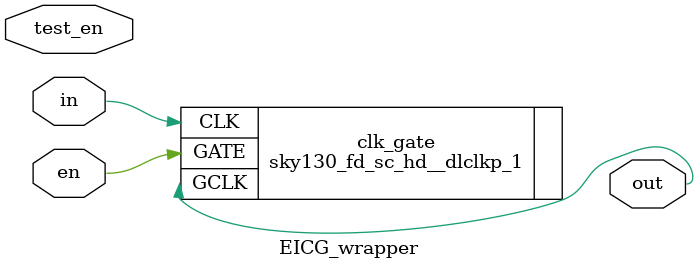
<source format=v>
/* verilator lint_off UNOPTFLAT */

module EICG_wrapper(
  output out,
  input en,
  input test_en,
  input in
);
  
  /*
  reg en_latched // verilator clock_enable;

  always @(*) begin
     if (!in) begin
        en_latched = en || test_en;
     end
  end

  assign out = en_latched && in;
  */
  sky130_fd_sc_hd__dlclkp_1 clk_gate (.GCLK(out), .GATE(en), .CLK(in));

endmodule

</source>
